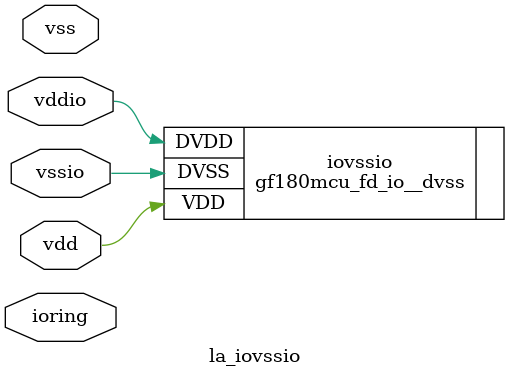
<source format=v>
module la_iovssio
  #(
    parameter PROP = "DEFAULT", // cell type
    parameter SIDE  = "NO",      // "NO", "SO", "EA", "WE"
    parameter RINGW =  8         // width of io ring
    )
   (
    inout 	vdd, // core supply
    inout 	vss, // core ground
    inout 	vddio, // io supply
    inout 	vssio, // io ground
    inout [RINGW-1:0] ioring // generic io-ring interface
    );

   gf180mcu_fd_io__dvss
     iovssio (.DVDD(vddio),
	    .DVSS(vssio),
	    .VDD(vdd));

endmodule

</source>
